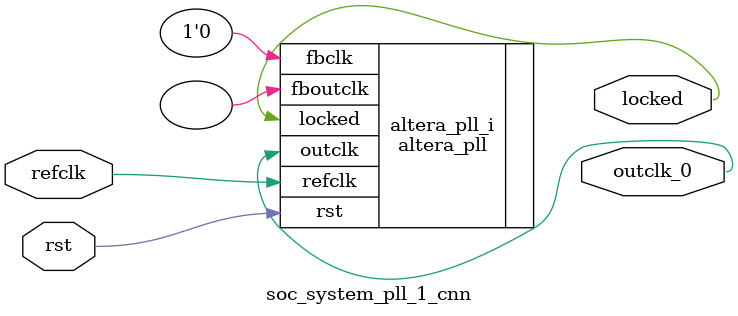
<source format=v>
`timescale 1ns/10ps
module  soc_system_pll_1_cnn(

	// interface 'refclk'
	input wire refclk,

	// interface 'reset'
	input wire rst,

	// interface 'outclk0'
	output wire outclk_0,

	// interface 'locked'
	output wire locked
);

	altera_pll #(
		.fractional_vco_multiplier("false"),
		.reference_clock_frequency("50.0 MHz"),
		.operation_mode("direct"),
		.number_of_clocks(1),
		.output_clock_frequency0("150.000000 MHz"),
		.phase_shift0("0 ps"),
		.duty_cycle0(50),
		.output_clock_frequency1("0 MHz"),
		.phase_shift1("0 ps"),
		.duty_cycle1(50),
		.output_clock_frequency2("0 MHz"),
		.phase_shift2("0 ps"),
		.duty_cycle2(50),
		.output_clock_frequency3("0 MHz"),
		.phase_shift3("0 ps"),
		.duty_cycle3(50),
		.output_clock_frequency4("0 MHz"),
		.phase_shift4("0 ps"),
		.duty_cycle4(50),
		.output_clock_frequency5("0 MHz"),
		.phase_shift5("0 ps"),
		.duty_cycle5(50),
		.output_clock_frequency6("0 MHz"),
		.phase_shift6("0 ps"),
		.duty_cycle6(50),
		.output_clock_frequency7("0 MHz"),
		.phase_shift7("0 ps"),
		.duty_cycle7(50),
		.output_clock_frequency8("0 MHz"),
		.phase_shift8("0 ps"),
		.duty_cycle8(50),
		.output_clock_frequency9("0 MHz"),
		.phase_shift9("0 ps"),
		.duty_cycle9(50),
		.output_clock_frequency10("0 MHz"),
		.phase_shift10("0 ps"),
		.duty_cycle10(50),
		.output_clock_frequency11("0 MHz"),
		.phase_shift11("0 ps"),
		.duty_cycle11(50),
		.output_clock_frequency12("0 MHz"),
		.phase_shift12("0 ps"),
		.duty_cycle12(50),
		.output_clock_frequency13("0 MHz"),
		.phase_shift13("0 ps"),
		.duty_cycle13(50),
		.output_clock_frequency14("0 MHz"),
		.phase_shift14("0 ps"),
		.duty_cycle14(50),
		.output_clock_frequency15("0 MHz"),
		.phase_shift15("0 ps"),
		.duty_cycle15(50),
		.output_clock_frequency16("0 MHz"),
		.phase_shift16("0 ps"),
		.duty_cycle16(50),
		.output_clock_frequency17("0 MHz"),
		.phase_shift17("0 ps"),
		.duty_cycle17(50),
		.pll_type("General"),
		.pll_subtype("General")
	) altera_pll_i (
		.rst	(rst),
		.outclk	({outclk_0}),
		.locked	(locked),
		.fboutclk	( ),
		.fbclk	(1'b0),
		.refclk	(refclk)
	);
endmodule


</source>
